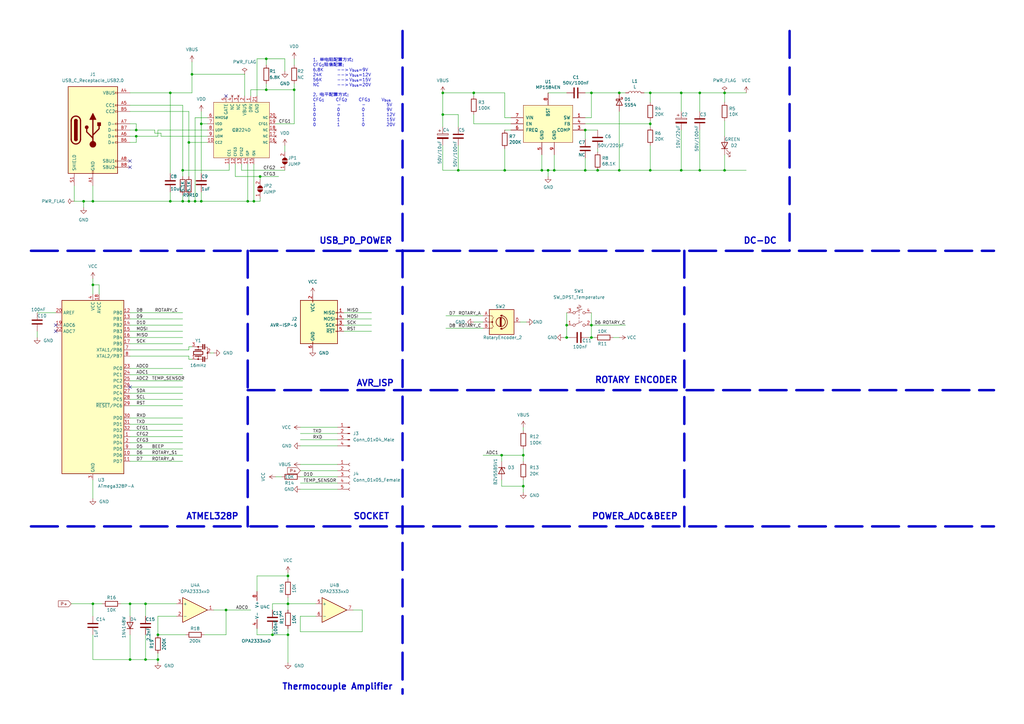
<source format=kicad_sch>
(kicad_sch (version 20211123) (generator eeschema)
  (paper "A3")
  (title_block (title "SoleringStation") (date "2022-07-11") (company "TurboStudio") (comment 1 "https://turbostudio.xyz") (comment 2 "made by cubeline"))
  (lib_symbols
    (symbol "Amplifier_Operational:OPA2333xxD" (pin_names (offset 0.127))
      (property "Reference" "U" (at 0 5.08 0))
      (property "Value" "OPA2333xxD" (at 0 -5.08 0))
      (symbol "OPA2333xxD_1_1"
        (pin output line (at 7.62 0 180) (length 2.54) (name "~") (number "1"))
        (pin input line (at -7.62 -2.54 0) (length 2.54) (name "-") (number "2"))
        (pin input line (at -7.62 2.54 0) (length 2.54) (name "+") (number "3"))
      )
      (symbol "OPA2333xxD_2_1"
        (pin input line (at -7.62 2.54 0) (length 2.54) (name "+") (number "5"))
        (pin input line (at -7.62 -2.54 0) (length 2.54) (name "-") (number "6"))
        (pin output line (at 7.62 0 180) (length 2.54) (name "~") (number "7"))
      )
      (symbol "OPA2333xxD_3_1"
        (pin power_in line (at -2.54 -7.62 90) (length 3.81) (name "V-") (number "4"))
        (pin power_in line (at -2.54 7.62 270) (length 3.81) (name "V+") (number "8"))
      )
    )
    (symbol "Connector:AVR-ISP-6" (pin_names (offset 1.016))
      (property "Reference" "J" (at -6.35 11.43 0))
      (property "Value" "AVR-ISP-6" (at 0 11.43 0))
      (symbol "AVR-ISP-6_1_1"
        (pin passive line (at 10.16 5.08 180) (length 2.54) (name "MISO") (number "1"))
        (pin passive line (at -2.54 12.7 270) (length 2.54) (name "VCC") (number "2"))
        (pin passive line (at 10.16 0 180) (length 2.54) (name "SCK") (number "3"))
        (pin passive line (at 10.16 2.54 180) (length 2.54) (name "MOSI") (number "4"))
        (pin passive line (at 10.16 -2.54 180) (length 2.54) (name "~{RST}") (number "5"))
        (pin passive line (at -2.54 -10.16 90) (length 2.54) (name "GND") (number "6"))
      )
    )
    (symbol "Connector:Conn_01x04_Male" (pin_names (offset 1.016) hide)
      (property "Reference" "J" (at 0 5.08 0))
      (property "Value" "Conn_01x04_Male" (at 0 -7.62 0))
      (symbol "Conn_01x04_Male_1_1"
        (pin passive line (at 5.08 2.54 180) (length 3.81) (name "Pin_1") (number "1"))
        (pin passive line (at 5.08 0 180) (length 3.81) (name "Pin_2") (number "2"))
        (pin passive line (at 5.08 -2.54 180) (length 3.81) (name "Pin_3") (number "3"))
        (pin passive line (at 5.08 -5.08 180) (length 3.81) (name "Pin_4") (number "4"))
      )
    )
    (symbol "Connector:Conn_01x05_Female" (pin_names (offset 1.016) hide)
      (property "Reference" "J" (at 0 7.62 0))
      (property "Value" "Conn_01x05_Female" (at 0 -7.62 0))
      (symbol "Conn_01x05_Female_1_1"
        (pin passive line (at -5.08 5.08 0) (length 3.81) (name "Pin_1") (number "1"))
        (pin passive line (at -5.08 2.54 0) (length 3.81) (name "Pin_2") (number "2"))
        (pin passive line (at -5.08 0 0) (length 3.81) (name "Pin_3") (number "3"))
        (pin passive line (at -5.08 -2.54 0) (length 3.81) (name "Pin_4") (number "4"))
        (pin passive line (at -5.08 -5.08 0) (length 3.81) (name "Pin_5") (number "5"))
      )
    )
    (symbol "Connector:USB_C_Receptacle_USB2.0" (pin_names (offset 1.016))
      (property "Reference" "J" (at -10.16 19.05 0))
      (property "Value" "USB_C_Receptacle_USB2.0" (at 19.05 19.05 0))
      (symbol "USB_C_Receptacle_USB2.0_1_1"
        (pin passive line (at 0 -22.86 90) (length 5.08) (name "GND") (number "A1"))
        (pin passive line (at 0 -22.86 90) (length 5.08) hide (name "GND") (number "A12"))
        (pin passive line (at 15.24 15.24 180) (length 5.08) (name "VBUS") (number "A4"))
        (pin bidirectional line (at 15.24 10.16 180) (length 5.08) (name "CC1") (number "A5"))
        (pin bidirectional line (at 15.24 -2.54 180) (length 5.08) (name "D+") (number "A6"))
        (pin bidirectional line (at 15.24 2.54 180) (length 5.08) (name "D-") (number "A7"))
        (pin bidirectional line (at 15.24 -12.7 180) (length 5.08) (name "SBU1") (number "A8"))
        (pin passive line (at 15.24 15.24 180) (length 5.08) hide (name "VBUS") (number "A9"))
        (pin passive line (at 0 -22.86 90) (length 5.08) hide (name "GND") (number "B1"))
        (pin passive line (at 0 -22.86 90) (length 5.08) hide (name "GND") (number "B12"))
        (pin passive line (at 15.24 15.24 180) (length 5.08) hide (name "VBUS") (number "B4"))
        (pin bidirectional line (at 15.24 7.62 180) (length 5.08) (name "CC2") (number "B5"))
        (pin bidirectional line (at 15.24 -5.08 180) (length 5.08) (name "D+") (number "B6"))
        (pin bidirectional line (at 15.24 0 180) (length 5.08) (name "D-") (number "B7"))
        (pin bidirectional line (at 15.24 -15.24 180) (length 5.08) (name "SBU2") (number "B8"))
        (pin passive line (at 15.24 15.24 180) (length 5.08) hide (name "VBUS") (number "B9"))
        (pin passive line (at -7.62 -22.86 90) (length 5.08) (name "SHIELD") (number "S1"))
      )
    )
    (symbol "Device:C" (pin_numbers hide) (pin_names (offset 0.254))
      (property "Reference" "C" (at 0.635 2.54 0))
      (property "Value" "C" (at 0.635 -2.54 0))
      (symbol "C_1_1"
        (pin passive line (at 0 3.81 270) (length 2.794) (name "~") (number "1"))
        (pin passive line (at 0 -3.81 90) (length 2.794) (name "~") (number "2"))
      )
    )
    (symbol "Device:CP" (pin_numbers hide) (pin_names (offset 0.254))
      (property "Reference" "C" (at 0.635 2.54 0))
      (property "Value" "Device_CP" (at 0.635 -2.54 0))
      (symbol "CP_1_1"
        (pin passive line (at 0 3.81 270) (length 2.794) (name "~") (number "1"))
        (pin passive line (at 0 -3.81 90) (length 2.794) (name "~") (number "2"))
      )
    )
    (symbol "Device:D_Schottky" (pin_numbers hide) (pin_names (offset 1.016) hide)
      (property "Reference" "D" (at 0 2.54 0))
      (property "Value" "D_Schottky" (at 0 -2.54 0))
      (symbol "D_Schottky_1_1"
        (pin passive line (at -3.81 0 0) (length 2.54) (name "K") (number "1"))
        (pin passive line (at 3.81 0 180) (length 2.54) (name "A") (number "2"))
      )
    )
    (symbol "Device:L" (pin_numbers hide) (pin_names (offset 1.016) hide)
      (property "Reference" "L" (at -1.27 0 90))
      (property "Value" "L" (at 1.905 0 90))
      (symbol "L_1_1"
        (pin passive line (at 0 3.81 270) (length 1.27) (name "1") (number "1"))
        (pin passive line (at 0 -3.81 90) (length 1.27) (name "2") (number "2"))
      )
    )
    (symbol "Device:LED" (pin_numbers hide) (pin_names (offset 1.016) hide)
      (property "Reference" "D" (at 0 2.54 0))
      (property "Value" "LED" (at 0 -2.54 0))
      (symbol "LED_1_1"
        (pin passive line (at -3.81 0 0) (length 2.54) (name "K") (number "1"))
        (pin passive line (at 3.81 0 180) (length 2.54) (name "A") (number "2"))
      )
    )
    (symbol "Device:R" (pin_numbers hide) (pin_names (offset 0))
      (property "Reference" "R" (at 2.032 0 90))
      (property "Value" "R" (at 0 0 90))
      (symbol "R_1_1"
        (pin passive line (at 0 3.81 270) (length 1.27) (name "~") (number "1"))
        (pin passive line (at 0 -3.81 90) (length 1.27) (name "~") (number "2"))
      )
    )
    (symbol "Device:Resonator_Small" (pin_names (offset 1.016) hide)
      (property "Reference" "Y" (at 3.175 1.905 0))
      (property "Value" "Resonator_Small" (at 3.175 0 0))
      (symbol "Resonator_Small_1_1"
        (pin passive line (at -2.54 2.54 270) (length 1.27) (name "1") (number "1"))
        (pin passive line (at 0 -5.08 90) (length 1.27) (name "2") (number "2"))
        (pin passive line (at 2.54 2.54 270) (length 1.27) (name "3") (number "3"))
      )
    )
    (symbol "Diode:1N4148W" (pin_numbers hide) (pin_names (offset 1.016) hide)
      (property "Reference" "D" (at 0 2.54 0))
      (property "Value" "1N4148W" (at 0 -2.54 0))
      (symbol "1N4148W_1_1"
        (pin passive line (at -3.81 0 0) (length 2.54) (name "K") (number "1"))
        (pin passive line (at 3.81 0 180) (length 2.54) (name "A") (number "2"))
      )
    )
    (symbol "Diode:BZV55B5V1" (pin_numbers hide) (pin_names (offset 1.016) hide)
      (property "Reference" "D" (at 0 2.54 0))
      (property "Value" "BZV55B5V1" (at 0 -2.54 0))
      (symbol "BZV55B5V1_1_1"
        (pin passive line (at -3.81 0 0) (length 2.54) (name "K") (number "1"))
        (pin passive line (at 3.81 0 180) (length 2.54) (name "A") (number "2"))
      )
    )
    (symbol "Jumper:SolderJumper_2_Open" (pin_names (offset 0) hide)
      (property "Reference" "JP" (at 0 2.032 0))
      (property "Value" "SolderJumper_2_Open" (at 0 -2.54 0))
      (symbol "SolderJumper_2_Open_1_1"
        (pin passive line (at -3.81 0 0) (length 2.54) (name "A") (number "1"))
        (pin passive line (at 3.81 0 180) (length 2.54) (name "B") (number "2"))
      )
    )
    (symbol "MCU_Microchip_ATmega:ATmega328P-A"
      (property "Reference" "U" (at -12.7 36.83 0))
      (property "Value" "ATmega328P-A" (at 2.54 -36.83 0))
      (symbol "ATmega328P-A_1_1"
        (pin bidirectional line (at 15.24 -20.32 180) (length 2.54) (name "PD3") (number "1"))
        (pin bidirectional line (at 15.24 -27.94 180) (length 2.54) (name "PD6") (number "10"))
        (pin bidirectional line (at 15.24 -30.48 180) (length 2.54) (name "PD7") (number "11"))
        (pin bidirectional line (at 15.24 30.48 180) (length 2.54) (name "PB0") (number "12"))
        (pin bidirectional line (at 15.24 27.94 180) (length 2.54) (name "PB1") (number "13"))
        (pin bidirectional line (at 15.24 25.4 180) (length 2.54) (name "PB2") (number "14"))
        (pin bidirectional line (at 15.24 22.86 180) (length 2.54) (name "PB3") (number "15"))
        (pin bidirectional line (at 15.24 20.32 180) (length 2.54) (name "PB4") (number "16"))
        (pin bidirectional line (at 15.24 17.78 180) (length 2.54) (name "PB5") (number "17"))
        (pin power_in line (at 2.54 38.1 270) (length 2.54) (name "AVCC") (number "18"))
        (pin input line (at -15.24 25.4 0) (length 2.54) (name "ADC6") (number "19"))
        (pin bidirectional line (at 15.24 -22.86 180) (length 2.54) (name "PD4") (number "2"))
        (pin passive line (at -15.24 30.48 0) (length 2.54) (name "AREF") (number "20"))
        (pin passive line (at 0 -38.1 90) (length 2.54) hide (name "GND") (number "21"))
        (pin input line (at -15.24 22.86 0) (length 2.54) (name "ADC7") (number "22"))
        (pin bidirectional line (at 15.24 7.62 180) (length 2.54) (name "PC0") (number "23"))
        (pin bidirectional line (at 15.24 5.08 180) (length 2.54) (name "PC1") (number "24"))
        (pin bidirectional line (at 15.24 2.54 180) (length 2.54) (name "PC2") (number "25"))
        (pin bidirectional line (at 15.24 0 180) (length 2.54) (name "PC3") (number "26"))
        (pin bidirectional line (at 15.24 -2.54 180) (length 2.54) (name "PC4") (number "27"))
        (pin bidirectional line (at 15.24 -5.08 180) (length 2.54) (name "PC5") (number "28"))
        (pin bidirectional line (at 15.24 -7.62 180) (length 2.54) (name "~{RESET}/PC6") (number "29"))
        (pin power_in line (at 0 -38.1 90) (length 2.54) (name "GND") (number "3"))
        (pin bidirectional line (at 15.24 -12.7 180) (length 2.54) (name "PD0") (number "30"))
        (pin bidirectional line (at 15.24 -15.24 180) (length 2.54) (name "PD1") (number "31"))
        (pin bidirectional line (at 15.24 -17.78 180) (length 2.54) (name "PD2") (number "32"))
        (pin power_in line (at 0 38.1 270) (length 2.54) (name "VCC") (number "4"))
        (pin passive line (at 0 -38.1 90) (length 2.54) hide (name "GND") (number "5"))
        (pin passive line (at 0 38.1 270) (length 2.54) hide (name "VCC") (number "6"))
        (pin bidirectional line (at 15.24 15.24 180) (length 2.54) (name "XTAL1/PB6") (number "7"))
        (pin bidirectional line (at 15.24 12.7 180) (length 2.54) (name "XTAL2/PB7") (number "8"))
        (pin bidirectional line (at 15.24 -25.4 180) (length 2.54) (name "PD5") (number "9"))
      )
    )
    (symbol "My_Library:CH224D"
      (property "Reference" "U2" (at 0 -2.54 90))
      (property "Value" "CH224D" (at 0 0 90))
      (symbol "CH224D_1_1"
        (pin bidirectional line (at -13.97 3.81 0) (length 2.54) (name "DRV") (number "1"))
        (pin bidirectional line (at 5.08 -13.97 90) (length 2.54) (name "CC2") (number "10"))
        (pin bidirectional line (at 13.97 -5.08 180) (length 2.54) (name "CC1") (number "11"))
        (pin bidirectional line (at 13.97 -2.54 180) (length 2.54) (name "CFG3") (number "12"))
        (pin bidirectional line (at 13.97 0 180) (length 2.54) (name "CFG2") (number "13"))
        (pin bidirectional line (at 13.97 2.54 180) (length 2.54) (name "ISP") (number "14"))
        (pin bidirectional line (at 13.97 5.08 180) (length 2.54) (name "ISN") (number "15"))
        (pin no_connect line (at 5.08 13.97 270) (length 2.54) (name "NC") (number "16"))
        (pin no_connect line (at 2.54 13.97 270) (length 2.54) (name "NC") (number "17"))
        (pin no_connect line (at 0 13.97 270) (length 2.54) (name "NC") (number "18"))
        (pin bidirectional line (at -2.54 13.97 270) (length 2.54) (name "CFG1") (number "19"))
        (pin power_in line (at -13.97 1.27 0) (length 2.54) (name "VBUS") (number "2"))
        (pin no_connect line (at -5.08 13.97 270) (length 2.54) (name "NC") (number "20"))
        (pin power_in line (at -13.97 6.35 0) (length 2.54) (name "GND") (number "21"))
        (pin no_connect line (at -13.97 -1.27 0) (length 2.54) (name "NC") (number "3"))
        (pin no_connect line (at -13.97 -3.81 0) (length 2.54) (name "NC") (number "4"))
        (pin bidirectional line (at -13.97 -6.35 0) (length 2.54) (name "GATE") (number "5"))
        (pin bidirectional line (at -5.08 -13.97 90) (length 2.54) (name "MMOS#") (number "6"))
        (pin power_out line (at -2.54 -13.97 90) (length 2.54) (name "VDD") (number "7"))
        (pin bidirectional line (at 0 -13.97 90) (length 2.54) (name "UDP") (number "8"))
        (pin bidirectional line (at 2.54 -13.97 90) (length 2.54) (name "UDM") (number "9"))
      )
    )
    (symbol "My_Library:MP1584EN" (pin_names (offset 1.016))
      (property "Reference" "U" (at -8.89 7.62 0))
      (property "Value" "MP1584EN" (at 6.35 7.62 0))
      (symbol "MP1584EN_1_1"
        (pin bidirectional line (at 15.24 2.54 180) (length 5.08) (name "SW") (number "1"))
        (pin bidirectional line (at -15.24 0 0) (length 5.08) (name "EN") (number "2"))
        (pin bidirectional line (at 15.24 -2.54 180) (length 5.08) (name "COMP") (number "3"))
        (pin bidirectional line (at 15.24 0 180) (length 5.08) (name "FB") (number "4"))
        (pin power_in line (at -2.54 -12.7 90) (length 5.08) (name "GND") (number "5"))
        (pin bidirectional line (at -15.24 -2.54 0) (length 5.08) (name "FREQ") (number "6"))
        (pin power_in line (at -15.24 2.54 0) (length 5.08) (name "VIN") (number "7"))
        (pin bidirectional line (at 0 12.7 270) (length 5.08) (name "BST") (number "8"))
        (pin power_in line (at 2.54 -12.7 90) (length 5.08) (name "GND") (number "9"))
      )
    )
    (symbol "My_Library:RotaryEncoder_2" (pin_names (offset 0.254) hide)
      (property "Reference" "SW?" (at -2.54 6.35 0))
      (property "Value" "RotaryEncoder_2" (at -7.62 -6.35 0))
      (symbol "RotaryEncoder_2_1_1"
        (pin bidirectional line (at 7.62 0 180) (length 2.54) (name "SHELL") (number "0"))
        (pin passive line (at -7.62 2.54 0) (length 2.54) (name "A") (number "A"))
        (pin passive line (at -7.62 -2.54 0) (length 2.54) (name "B") (number "B"))
        (pin passive line (at -7.62 0 0) (length 2.54) (name "C") (number "C"))
      )
    )
    (symbol "Switch:SW_DPST_Temperature" (pin_names (offset 0) hide)
      (property "Reference" "SW" (at 1.524 5.334 0))
      (property "Value" "SW_DPST_Temperature" (at 0 -5.08 0))
      (symbol "SW_DPST_Temperature_1_1"
        (pin passive line (at -5.08 -2.54 0) (length 2.54) (name "1") (number "1"))
        (pin passive line (at 5.08 -2.54 180) (length 2.54) (name "2") (number "2"))
        (pin passive line (at -5.08 2.54 0) (length 2.54) (name "3") (number "3"))
        (pin passive line (at 5.08 2.54 180) (length 2.54) (name "4") (number "4"))
      )
    )
    (symbol "power:GND" (power) (pin_names (offset 0))
      (property "Value" "GND" (at 0 -3.81 0))
      (symbol "GND_1_1"
        (pin power_in line (at 0 0 270) (length 0) hide (name "GND") (number "1"))
      )
    )
    (symbol "power:PWR_FLAG" (power) (pin_numbers hide) (pin_names (offset 0) hide)
      (property "Value" "PWR_FLAG" (at 0 3.81 0))
      (symbol "PWR_FLAG_0_0"
        (pin power_out line (at 0 0 90) (length 0) (name "pwr") (number "1"))
      )
    )
    (symbol "power:VBUS" (power) (pin_names (offset 0))
      (property "Value" "VBUS" (at 0 3.81 0))
      (symbol "VBUS_1_1"
        (pin power_in line (at 0 0 90) (length 0) hide (name "VBUS") (number "1"))
      )
    )
    (symbol "power:VCC" (power) (pin_names (offset 0))
      (property "Value" "VCC" (at 0 3.81 0))
      (symbol "VCC_1_1"
        (pin power_in line (at 0 0 90) (length 0) hide (name "VCC") (number "1"))
      )
    )
    (symbol "power:VDD" (power) (pin_names (offset 0))
      (property "Value" "VDD" (at 0 3.81 0))
      (symbol "VDD_1_1"
        (pin power_in line (at 0 0 90) (length 0) hide (name "VDD") (number "1"))
      )
    )
  )
  (junction (at 242.57 138.43))
  (junction (at 287.02 38.1))
  (junction (at 222.25 69.85))
  (junction (at 38.1 82.55))
  (junction (at 254 38.1))
  (junction (at 53.34 247.65))
  (junction (at 297.18 38.1))
  (junction (at 34.29 82.55))
  (junction (at 240.03 69.85))
  (junction (at 64.77 260.35))
  (junction (at 53.34 270.51))
  (junction (at 109.22 24.13))
  (junction (at 74.93 69.85))
  (junction (at 118.11 236.22))
  (junction (at 55.88 53.34))
  (junction (at 77.47 58.42))
  (junction (at 80.01 82.55))
  (junction (at 279.4 38.1))
  (junction (at 227.33 69.85))
  (junction (at 181.61 38.1))
  (junction (at 194.31 38.1))
  (junction (at 266.7 38.1))
  (junction (at 224.79 69.85))
  (junction (at 242.57 133.35))
  (junction (at 69.85 82.55))
  (junction (at 214.63 199.39))
  (junction (at 297.18 69.85))
  (junction (at 77.47 82.55))
  (junction (at 181.61 46.99))
  (junction (at 82.55 50.8))
  (junction (at 232.41 133.35))
  (junction (at 214.63 186.69))
  (junction (at 118.11 260.35))
  (junction (at 74.93 82.55))
  (junction (at 109.22 36.83))
  (junction (at 55.88 55.88))
  (junction (at 232.41 138.43))
  (junction (at 242.57 38.1))
  (junction (at 106.68 72.39))
  (junction (at 111.76 260.35))
  (junction (at 59.69 247.65))
  (junction (at 287.02 69.85))
  (junction (at 118.11 247.65))
  (junction (at 69.85 38.1))
  (junction (at 38.1 116.84))
  (junction (at 92.71 250.19))
  (junction (at 240.03 53.34))
  (junction (at 78.74 30.48))
  (junction (at 120.65 36.83))
  (junction (at 64.77 270.51))
  (junction (at 279.4 69.85))
  (junction (at 38.1 247.65))
  (junction (at 104.14 82.55))
  (junction (at 205.74 186.69))
  (junction (at 187.96 69.85))
  (junction (at 82.55 82.55))
  (junction (at 266.7 69.85))
  (junction (at 59.69 270.51))
  (junction (at 101.6 82.55))
  (junction (at 245.11 69.85))
  (junction (at 266.7 50.8))
  (junction (at 207.01 69.85))
  (junction (at 254 69.85))
  (no_connect (at 53.34 158.75))
  (no_connect (at 53.34 66.04))
  (no_connect (at 53.34 68.58))
  (no_connect (at 22.86 133.35))
  (no_connect (at 22.86 135.89))
  (no_connect (at 92.71 39.37))
  (wire (pts (xy 297.18 38.1) (xy 306.07 38.1)))
  (wire (pts (xy 116.84 24.13) (xy 116.84 29.21)))
  (wire (pts (xy 181.61 38.1) (xy 194.31 38.1)))
  (wire (pts (xy 240.03 48.26) (xy 242.57 48.26)))
  (wire (pts (xy 123.19 252.73) (xy 129.54 252.73)))
  (wire (pts (xy 240.03 53.34) (xy 240.03 57.15)))
  (wire (pts (xy 86.36 144.78) (xy 87.63 144.78)))
  (wire (pts (xy 194.31 50.8) (xy 209.55 50.8)))
  (wire (pts (xy 53.34 153.67) (xy 74.93 153.67)))
  (wire (pts (xy 109.22 36.83) (xy 120.65 36.83)))
  (wire (pts (xy 99.06 69.85) (xy 116.84 69.85)))
  (wire (pts (xy 53.34 163.83) (xy 74.93 163.83)))
  (wire (pts (xy 55.88 55.88) (xy 64.77 55.88)))
  (wire (pts (xy 242.57 38.1) (xy 254 38.1)))
  (wire (pts (xy 245.11 60.96) (xy 245.11 62.23)))
  (wire (pts (xy 109.22 24.13) (xy 116.84 24.13)))
  (wire (pts (xy 233.68 138.43) (xy 232.41 138.43)))
  (wire (pts (xy 53.34 135.89) (xy 74.93 135.89)))
  (wire (pts (xy 53.34 58.42) (xy 55.88 58.42)))
  (wire (pts (xy 111.76 257.81) (xy 111.76 260.35)))
  (wire (pts (xy 205.74 186.69) (xy 214.63 186.69)))
  (wire (pts (xy 227.33 63.5) (xy 227.33 69.85)))
  (wire (pts (xy 181.61 59.69) (xy 181.61 69.85)))
  (wire (pts (xy 63.5 54.61) (xy 66.04 54.61)))
  (wire (pts (xy 77.47 80.01) (xy 77.47 82.55)))
  (wire (pts (xy 53.34 166.37) (xy 74.93 166.37)))
  (wire (pts (xy 38.1 196.85) (xy 38.1 204.47)))
  (polyline (pts (xy 323.85 12.7) (xy 323.85 102.87)) (stroke (width 1)))
  (wire (pts (xy 181.61 69.85) (xy 187.96 69.85)))
  (wire (pts (xy 194.31 38.1) (xy 207.01 38.1)))
  (wire (pts (xy 59.69 270.51) (xy 64.77 270.51)))
  (wire (pts (xy 55.88 55.88) (xy 55.88 58.42)))
  (wire (pts (xy 85.09 50.8) (xy 82.55 50.8)))
  (wire (pts (xy 29.21 247.65) (xy 38.1 247.65)))
  (wire (pts (xy 224.79 38.1) (xy 232.41 38.1)))
  (wire (pts (xy 92.71 250.19) (xy 102.87 250.19)))
  (wire (pts (xy 82.55 45.72) (xy 82.55 50.8)))
  (wire (pts (xy 213.36 132.08) (xy 215.9 132.08)))
  (wire (pts (xy 53.34 184.15) (xy 74.93 184.15)))
  (wire (pts (xy 109.22 24.13) (xy 109.22 26.67)))
  (wire (pts (xy 187.96 59.69) (xy 187.96 69.85)))
  (wire (pts (xy 53.34 270.51) (xy 59.69 270.51)))
  (wire (pts (xy 104.14 67.31) (xy 104.14 82.55)))
  (wire (pts (xy 53.34 146.05) (xy 77.47 146.05)))
  (wire (pts (xy 105.41 257.81) (xy 105.41 260.35)))
  (wire (pts (xy 118.11 247.65) (xy 129.54 247.65)))
  (wire (pts (xy 297.18 41.91) (xy 297.18 38.1)))
  (polyline (pts (xy 280.67 102.87) (xy 280.67 215.9)) (stroke (width 1)))
  (wire (pts (xy 38.1 270.51) (xy 53.34 270.51)))
  (wire (pts (xy 207.01 38.1) (xy 207.01 48.26)))
  (wire (pts (xy 53.34 189.23) (xy 74.93 189.23)))
  (wire (pts (xy 207.01 69.85) (xy 222.25 69.85)))
  (wire (pts (xy 266.7 50.8) (xy 266.7 49.53)))
  (wire (pts (xy 111.76 247.65) (xy 118.11 247.65)))
  (polyline (pts (xy 101.6 102.87) (xy 101.6 215.9)) (stroke (width 1)))
  (wire (pts (xy 93.98 69.85) (xy 93.98 67.31)))
  (wire (pts (xy 105.41 260.35) (xy 111.76 260.35)))
  (wire (pts (xy 266.7 59.69) (xy 266.7 69.85)))
  (wire (pts (xy 53.34 173.99) (xy 74.93 173.99)))
  (wire (pts (xy 123.19 200.66) (xy 138.43 200.66)))
  (wire (pts (xy 100.33 30.48) (xy 100.33 39.37)))
  (wire (pts (xy 102.87 36.83) (xy 109.22 36.83)))
  (wire (pts (xy 15.24 135.89) (xy 15.24 138.43)))
  (wire (pts (xy 242.57 138.43) (xy 241.3 138.43)))
  (wire (pts (xy 266.7 38.1) (xy 266.7 41.91)))
  (wire (pts (xy 77.47 142.24) (xy 78.74 142.24)))
  (wire (pts (xy 82.55 50.8) (xy 82.55 71.12)))
  (wire (pts (xy 63.5 53.34) (xy 63.5 54.61)))
  (wire (pts (xy 53.34 161.29) (xy 74.93 161.29)))
  (wire (pts (xy 243.84 138.43) (xy 242.57 138.43)))
  (wire (pts (xy 187.96 69.85) (xy 207.01 69.85)))
  (wire (pts (xy 123.19 193.04) (xy 138.43 193.04)))
  (wire (pts (xy 214.63 175.26) (xy 214.63 176.53)))
  (wire (pts (xy 222.25 69.85) (xy 224.79 69.85)))
  (wire (pts (xy 66.04 55.88) (xy 85.09 55.88)))
  (wire (pts (xy 53.34 158.75) (xy 74.93 158.75)))
  (wire (pts (xy 49.53 247.65) (xy 53.34 247.65)))
  (wire (pts (xy 214.63 184.15) (xy 214.63 186.69)))
  (wire (pts (xy 264.16 38.1) (xy 266.7 38.1)))
  (wire (pts (xy 40.64 120.65) (xy 40.64 116.84)))
  (wire (pts (xy 116.84 59.69) (xy 116.84 62.23)))
  (wire (pts (xy 53.34 140.97) (xy 74.93 140.97)))
  (wire (pts (xy 232.41 128.27) (xy 232.41 133.35)))
  (wire (pts (xy 53.34 247.65) (xy 53.34 252.73)))
  (wire (pts (xy 55.88 55.88) (xy 53.34 55.88)))
  (wire (pts (xy 102.87 39.37) (xy 102.87 36.83)))
  (wire (pts (xy 187.96 52.07) (xy 187.96 46.99)))
  (wire (pts (xy 140.97 133.35) (xy 152.4 133.35)))
  (wire (pts (xy 53.34 186.69) (xy 74.93 186.69)))
  (wire (pts (xy 53.34 130.81) (xy 74.93 130.81)))
  (wire (pts (xy 53.34 181.61) (xy 74.93 181.61)))
  (wire (pts (xy 85.09 48.26) (xy 80.01 48.26)))
  (wire (pts (xy 77.47 82.55) (xy 74.93 82.55)))
  (wire (pts (xy 144.78 250.19) (xy 148.59 250.19)))
  (wire (pts (xy 53.34 156.21) (xy 74.93 156.21)))
  (wire (pts (xy 279.4 38.1) (xy 287.02 38.1)))
  (wire (pts (xy 123.19 259.08) (xy 123.19 252.73)))
  (wire (pts (xy 53.34 138.43) (xy 74.93 138.43)))
  (wire (pts (xy 120.65 50.8) (xy 113.03 50.8)))
  (wire (pts (xy 279.4 53.34) (xy 279.4 69.85)))
  (wire (pts (xy 53.34 128.27) (xy 74.93 128.27)))
  (wire (pts (xy 224.79 72.39) (xy 224.79 69.85)))
  (wire (pts (xy 182.88 129.54) (xy 198.12 129.54)))
  (wire (pts (xy 214.63 186.69) (xy 214.63 189.23)))
  (wire (pts (xy 76.2 260.35) (xy 64.77 260.35)))
  (wire (pts (xy 205.74 196.85) (xy 205.74 199.39)))
  (wire (pts (xy 74.93 82.55) (xy 69.85 82.55)))
  (wire (pts (xy 224.79 69.85) (xy 227.33 69.85)))
  (wire (pts (xy 77.47 143.51) (xy 77.47 142.24)))
  (wire (pts (xy 297.18 63.5) (xy 297.18 69.85)))
  (wire (pts (xy 245.11 69.85) (xy 254 69.85)))
  (wire (pts (xy 74.93 69.85) (xy 74.93 72.39)))
  (wire (pts (xy 99.06 67.31) (xy 99.06 69.85)))
  (wire (pts (xy 64.77 260.35) (xy 64.77 252.73)))
  (wire (pts (xy 15.24 128.27) (xy 22.86 128.27)))
  (wire (pts (xy 106.68 72.39) (xy 114.3 72.39)))
  (wire (pts (xy 64.77 270.51) (xy 64.77 271.78)))
  (wire (pts (xy 77.47 58.42) (xy 77.47 72.39)))
  (wire (pts (xy 30.48 82.55) (xy 34.29 82.55)))
  (wire (pts (xy 80.01 48.26) (xy 80.01 82.55)))
  (wire (pts (xy 287.02 53.34) (xy 287.02 69.85)))
  (wire (pts (xy 194.31 46.99) (xy 194.31 50.8)))
  (wire (pts (xy 53.34 143.51) (xy 77.47 143.51)))
  (wire (pts (xy 181.61 38.1) (xy 181.61 46.99)))
  (wire (pts (xy 279.4 69.85) (xy 287.02 69.85)))
  (wire (pts (xy 53.34 260.35) (xy 53.34 270.51)))
  (wire (pts (xy 38.1 82.55) (xy 38.1 76.2)))
  (wire (pts (xy 38.1 116.84) (xy 38.1 120.65)))
  (wire (pts (xy 232.41 133.35) (xy 232.41 138.43)))
  (wire (pts (xy 34.29 82.55) (xy 38.1 82.55)))
  (wire (pts (xy 214.63 199.39) (xy 214.63 201.93)))
  (wire (pts (xy 101.6 82.55) (xy 104.14 82.55)))
  (wire (pts (xy 106.68 81.28) (xy 106.68 82.55)))
  (polyline (pts (xy 12.7 102.87) (xy 407.67 102.87)) (stroke (width 1)))
  (wire (pts (xy 181.61 52.07) (xy 181.61 46.99)))
  (wire (pts (xy 55.88 50.8) (xy 55.88 53.34)))
  (wire (pts (xy 254 138.43) (xy 251.46 138.43)))
  (wire (pts (xy 69.85 78.74) (xy 69.85 82.55)))
  (wire (pts (xy 78.74 25.4) (xy 78.74 30.48)))
  (wire (pts (xy 82.55 82.55) (xy 80.01 82.55)))
  (wire (pts (xy 53.34 53.34) (xy 55.88 53.34)))
  (wire (pts (xy 194.31 39.37) (xy 194.31 38.1)))
  (wire (pts (xy 38.1 114.3) (xy 38.1 116.84)))
  (wire (pts (xy 222.25 63.5) (xy 222.25 69.85)))
  (wire (pts (xy 53.34 43.18) (xy 74.93 43.18)))
  (wire (pts (xy 80.01 82.55) (xy 77.47 82.55)))
  (wire (pts (xy 242.57 133.35) (xy 256.54 133.35)))
  (wire (pts (xy 74.93 69.85) (xy 93.98 69.85)))
  (wire (pts (xy 123.19 180.34) (xy 138.43 180.34)))
  (wire (pts (xy 120.65 34.29) (xy 120.65 36.83)))
  (wire (pts (xy 111.76 250.19) (xy 111.76 247.65)))
  (wire (pts (xy 59.69 247.65) (xy 59.69 252.73)))
  (wire (pts (xy 254 38.1) (xy 256.54 38.1)))
  (wire (pts (xy 207.01 48.26) (xy 209.55 48.26)))
  (wire (pts (xy 78.74 38.1) (xy 78.74 30.48)))
  (polyline (pts (xy 165.1 12.7) (xy 165.1 284.48)) (stroke (width 1)))
  (wire (pts (xy 77.47 146.05) (xy 77.47 147.32)))
  (wire (pts (xy 87.63 250.19) (xy 92.71 250.19)))
  (wire (pts (xy 38.1 260.35) (xy 38.1 270.51)))
  (wire (pts (xy 111.76 260.35) (xy 118.11 260.35)))
  (wire (pts (xy 53.34 133.35) (xy 74.93 133.35)))
  (wire (pts (xy 69.85 82.55) (xy 38.1 82.55)))
  (wire (pts (xy 64.77 55.88) (xy 64.77 53.34)))
  (wire (pts (xy 53.34 151.13) (xy 74.93 151.13)))
  (wire (pts (xy 30.48 76.2) (xy 30.48 82.55)))
  (wire (pts (xy 78.74 30.48) (xy 100.33 30.48)))
  (wire (pts (xy 64.77 267.97) (xy 64.77 270.51)))
  (wire (pts (xy 74.93 80.01) (xy 74.93 82.55)))
  (wire (pts (xy 53.34 179.07) (xy 74.93 179.07)))
  (wire (pts (xy 118.11 260.35) (xy 118.11 257.81)))
  (wire (pts (xy 53.34 171.45) (xy 74.93 171.45)))
  (wire (pts (xy 207.01 60.96) (xy 207.01 69.85)))
  (wire (pts (xy 254 69.85) (xy 266.7 69.85)))
  (wire (pts (xy 287.02 38.1) (xy 287.02 45.72)))
  (wire (pts (xy 92.71 260.35) (xy 92.71 250.19)))
  (wire (pts (xy 214.63 199.39) (xy 214.63 196.85)))
  (wire (pts (xy 64.77 53.34) (xy 85.09 53.34)))
  (wire (pts (xy 240.03 64.77) (xy 240.03 69.85)))
  (wire (pts (xy 254 45.72) (xy 254 69.85)))
  (wire (pts (xy 182.88 134.62) (xy 198.12 134.62)))
  (polyline (pts (xy 101.6 160.02) (xy 407.67 160.02)) (stroke (width 1)))
  (wire (pts (xy 120.65 24.13) (xy 120.65 26.67)))
  (wire (pts (xy 242.57 48.26) (xy 242.57 38.1)))
  (wire (pts (xy 113.03 195.58) (xy 115.57 195.58)))
  (wire (pts (xy 207.01 53.34) (xy 209.55 53.34)))
  (wire (pts (xy 240.03 50.8) (xy 266.7 50.8)))
  (polyline (pts (xy 12.7 215.9) (xy 407.67 215.9)) (stroke (width 1)))
  (wire (pts (xy 53.34 38.1) (xy 69.85 38.1)))
  (wire (pts (xy 118.11 236.22) (xy 118.11 237.49)))
  (wire (pts (xy 240.03 38.1) (xy 242.57 38.1)))
  (wire (pts (xy 59.69 247.65) (xy 72.39 247.65)))
  (wire (pts (xy 240.03 53.34) (xy 245.11 53.34)))
  (wire (pts (xy 38.1 247.65) (xy 41.91 247.65)))
  (wire (pts (xy 38.1 247.65) (xy 38.1 252.73)))
  (wire (pts (xy 118.11 245.11) (xy 118.11 247.65)))
  (wire (pts (xy 123.19 190.5) (xy 138.43 190.5)))
  (wire (pts (xy 123.19 175.26) (xy 138.43 175.26)))
  (wire (pts (xy 181.61 46.99) (xy 187.96 46.99)))
  (wire (pts (xy 105.41 24.13) (xy 109.22 24.13)))
  (wire (pts (xy 242.57 128.27) (xy 242.57 133.35)))
  (wire (pts (xy 148.59 259.08) (xy 123.19 259.08)))
  (wire (pts (xy 82.55 78.74) (xy 82.55 82.55)))
  (wire (pts (xy 109.22 34.29) (xy 109.22 36.83)))
  (wire (pts (xy 205.74 189.23) (xy 205.74 186.69)))
  (wire (pts (xy 123.19 195.58) (xy 138.43 195.58)))
  (wire (pts (xy 123.19 182.88) (xy 138.43 182.88)))
  (wire (pts (xy 140.97 128.27) (xy 152.4 128.27)))
  (wire (pts (xy 105.41 39.37) (xy 105.41 24.13)))
  (wire (pts (xy 287.02 38.1) (xy 297.18 38.1)))
  (wire (pts (xy 53.34 247.65) (xy 59.69 247.65)))
  (wire (pts (xy 297.18 69.85) (xy 306.07 69.85)))
  (wire (pts (xy 101.6 67.31) (xy 101.6 82.55)))
  (wire (pts (xy 34.29 82.55) (xy 34.29 85.09)))
  (wire (pts (xy 227.33 69.85) (xy 240.03 69.85)))
  (wire (pts (xy 55.88 53.34) (xy 63.5 53.34)))
  (wire (pts (xy 53.34 176.53) (xy 74.93 176.53)))
  (wire (pts (xy 106.68 82.55) (xy 104.14 82.55)))
  (wire (pts (xy 105.41 242.57) (xy 105.41 236.22)))
  (wire (pts (xy 240.03 69.85) (xy 245.11 69.85)))
  (wire (pts (xy 266.7 38.1) (xy 279.4 38.1)))
  (wire (pts (xy 77.47 147.32) (xy 78.74 147.32)))
  (wire (pts (xy 297.18 49.53) (xy 297.18 55.88)))
  (wire (pts (xy 105.41 236.22) (xy 118.11 236.22)))
  (wire (pts (xy 140.97 130.81) (xy 152.4 130.81)))
  (wire (pts (xy 140.97 135.89) (xy 152.4 135.89)))
  (wire (pts (xy 96.52 67.31) (xy 96.52 72.39)))
  (wire (pts (xy 83.82 260.35) (xy 92.71 260.35)))
  (wire (pts (xy 59.69 260.35) (xy 59.69 270.51)))
  (wire (pts (xy 118.11 247.65) (xy 118.11 250.19)))
  (wire (pts (xy 279.4 38.1) (xy 279.4 45.72)))
  (wire (pts (xy 53.34 45.72) (xy 77.47 45.72)))
  (wire (pts (xy 66.04 54.61) (xy 66.04 55.88)))
  (wire (pts (xy 232.41 138.43) (xy 231.14 138.43)))
  (wire (pts (xy 242.57 133.35) (xy 242.57 138.43)))
  (wire (pts (xy 69.85 38.1) (xy 69.85 71.12)))
  (wire (pts (xy 96.52 72.39) (xy 106.68 72.39)))
  (wire (pts (xy 77.47 58.42) (xy 85.09 58.42)))
  (wire (pts (xy 106.68 72.39) (xy 106.68 73.66)))
  (wire (pts (xy 123.19 177.8) (xy 138.43 177.8)))
  (wire (pts (xy 194.31 132.08) (xy 198.12 132.08)))
  (wire (pts (xy 205.74 199.39) (xy 214.63 199.39)))
  (wire (pts (xy 64.77 252.73) (xy 72.39 252.73)))
  (wire (pts (xy 74.93 43.18) (xy 74.93 69.85)))
  (wire (pts (xy 120.65 36.83) (xy 120.65 50.8)))
  (wire (pts (xy 123.19 198.12) (xy 138.43 198.12)))
  (wire (pts (xy 148.59 250.19) (xy 148.59 259.08)))
  (wire (pts (xy 287.02 69.85) (xy 297.18 69.85)))
  (wire (pts (xy 266.7 69.85) (xy 279.4 69.85)))
  (wire (pts (xy 266.7 52.07) (xy 266.7 50.8)))
  (wire (pts (xy 101.6 82.55) (xy 82.55 82.55)))
  (wire (pts (xy 40.64 116.84) (xy 38.1 116.84)))
  (wire (pts (xy 69.85 38.1) (xy 78.74 38.1)))
  (wire (pts (xy 118.11 234.95) (xy 118.11 236.22)))
  (wire (pts (xy 77.47 45.72) (xy 77.47 58.42)))
  (wire (pts (xy 118.11 271.78) (xy 118.11 260.35)))
  (wire (pts (xy 198.12 186.69) (xy 205.74 186.69)))
  (wire (pts (xy 53.34 50.8) (xy 55.88 50.8)))
  (text "1. 单电阻配置方式:\nCFG_{1}阻值配置:\n6.8K	-->	V_{bus}=9V\n24K		-->	V_{bus}=12V\n56K		-->	V_{bus}=15V\nNC		-->	V_{bus}=20V\n\n2. 电平配置方式:\nCFG_{1}	CFG_{2}	CFG_{3}	V_{bus}\n1		-		-		5V\n0		0		0		9V\n0		0		1		12V\n0		1		1		15V\n0		1		0		20V\n" (at 128.27 52.07 0) (effects (font (size 1.27 1.27)) (justify left bottom)))
  (text "USB_PD_POWER" (at 130.81 100.33 0) (effects (font (size 2.54 2.54) (thickness 0.508) bold) (justify left bottom)))
  (text "POWER_ADC&BEEP" (at 242.57 213.36 0) (effects (font (size 2.54 2.54) (thickness 0.508) bold) (justify left bottom)))
  (text "AVR_ISP" (at 146.05 158.75 0) (effects (font (size 2.54 2.54) (thickness 0.508) bold) (justify left bottom)))
  (text "ATMEL328P" (at 76.2 213.36 0) (effects (font (size 2.54 2.54) (thickness 0.508) bold) (justify left bottom)))
  (text "Thermocouple Amplifier" (at 115.57 283.21 0) (effects (font (size 2.54 2.54) (thickness 0.508) bold) (justify left bottom)))
  (text "ROTARY ENCODER" (at 243.84 157.48 0) (effects (font (size 2.54 2.54) (thickness 0.508) bold) (justify left bottom)))
  (text "DC-DC" (at 304.8 100.33 0) (effects (font (size 2.54 2.54) (thickness 0.508) bold) (justify left bottom)))
  (text "SOCKET" (at 144.78 213.36 0) (effects (font (size 2.54 2.54) (thickness 0.508) bold) (justify left bottom)))
  (label "ADC1" (at 199.39 186.69 0))
  (label "SCK" (at 55.88 140.97 0))
  (label "D6" (at 243.84 133.35 0))
  (label "D7" (at 184.15 129.54 0))
  (label "D6" (at 55.88 186.69 0))
  (label "ADC2" (at 55.88 156.21 0))
  (label "CFG2" (at 107.95 69.85 0))
  (label "TEMP_SENSOR" (at 62.23 156.21 0))
  (label "RST" (at 55.88 166.37 0))
  (label "TXD" (at 55.88 173.99 0))
  (label "RST" (at 142.24 135.89 0))
  (label "CFG3" (at 107.95 72.39 0))
  (label "MOSI" (at 55.88 135.89 0))
  (label "CFG1" (at 55.88 176.53 0))
  (label "ADC1" (at 55.88 153.67 0))
  (label "CFG3" (at 55.88 181.61 0))
  (label "TXD" (at 128.27 177.8 0))
  (label "SDA" (at 55.88 161.29 0))
  (label "D8" (at 55.88 128.27 0))
  (label "CFG2" (at 55.88 179.07 0))
  (label "RXD" (at 55.88 171.45 0))
  (label "D10" (at 55.88 133.35 0))
  (label "ADC0" (at 96.729 250.19 0))
  (label "ROTARY_C" (at 63.5 128.27 0))
  (label "CFG1" (at 114.3 50.8 0))
  (label "ROTARY_C" (at 256.54 133.35 180))
  (label "SCL" (at 55.88 163.83 0))
  (label "ROTARY_S1" (at 62.23 186.69 0))
  (label "MISO" (at 55.88 138.43 0))
  (label "ROTARY_A" (at 187.96 129.54 0))
  (label "MOSI" (at 142.24 130.81 0))
  (label "RXD" (at 128.27 180.34 0))
  (label "ROTARY_C" (at 187.96 134.62 0))
  (label "BEEP" (at 62.23 184.15 0))
  (label "D10" (at 124.46 195.58 0))
  (label "ROTARY_A" (at 62.23 189.23 0))
  (label "SCK" (at 142.24 133.35 0))
  (label "D9" (at 55.88 130.81 0))
  (label "D7" (at 55.88 189.23 0))
  (label "D8" (at 184.15 134.62 0))
  (label "ADC0" (at 55.88 151.13 0))
  (label "TEMP_SENSOR" (at 124.46 198.12 0))
  (label "MISO" (at 142.24 128.27 0))
  (label "D5" (at 55.88 184.15 0))
  (global_label "P+" (shape input) (at 123.19 193.04 180) (property "Intersheet References" "${INTERSHEET_REFS}" (effects hide)))
  (global_label "P+" (shape input) (at 29.21 247.65 180) (property "Intersheet References" "${INTERSHEET_REFS}" (effects hide)))
  (symbol (lib_id "Device:R") (at 118.11 241.3 180) (unit 1)
    (property "Reference" "R15" (at 115.57 241.3 90))
    (property "Value" "10K" (at 120.65 241.3 90))
    (property "Footprint" "Resistor_SMD:R_0402_1005Metric" (effects hide))
  )
  (symbol (lib_id "Device:R") (at 118.11 254 180) (unit 1)
    (property "Reference" "R17" (at 115.57 254 90))
    (property "Value" "10K" (at 120.65 254 90))
    (property "Footprint" "Resistor_SMD:R_0402_1005Metric" (effects hide))
  )
  (symbol (lib_id "Amplifier_Operational:OPA2333xxD") (at 137.16 250.19 0) (unit 2)
    (property "Reference" "U4" (at 137.16 240.03 0))
    (property "Value" "OPA2333xxD" (at 137.16 242.57 0))
    (property "Footprint" "Package_SO:SOIC-8_3.9x4.9mm_P1.27mm" (effects hide))
    (property "Datasheet" "http://www.ti.com/lit/ds/symlink/opa333.pdf" (effects hide))
  )
  (symbol (lib_id "power:GND") (at 123.19 200.66 270) (unit 1)
    (property "Reference" "#PWR025" (effects hide))
    (property "Value" "GND" (at 120.65 200.66 90) (effects (justify right)))
  )
  (symbol (lib_id "power:PWR_FLAG") (at 100.33 30.48 0) (unit 1)
    (property "Reference" "#FLG01" (effects hide))
    (property "Value" "PWR_FLAG" (at 100.33 25.4 0))
  )
  (symbol (lib_id "Device:R") (at 297.18 45.72 0) (unit 1)
    (property "Reference" "R5" (at 298.958 44.5516 0) (effects (justify left)))
    (property "Value" "10K" (at 298.958 46.863 0) (effects (justify left)))
    (property "Footprint" "Resistor_SMD:R_0402_1005Metric" (effects hide))
  )
  (symbol (lib_id "Device:C") (at 59.69 256.54 0) (unit 1)
    (property "Reference" "C15" (at 59.69 254 0) (effects (justify left)))
    (property "Value" "2.2nF" (at 60.96 262.89 90) (effects (justify left)))
    (property "Footprint" "Capacitor_SMD:C_0603_1608Metric" (effects hide))
  )
  (symbol (lib_id "Diode:BZV55B5V1") (at 205.74 193.04 270) (unit 1)
    (property "Reference" "D3" (at 208.28 191.7699 90) (effects (justify left)))
    (property "Value" "BZV55B5V1" (at 203.2 187.96 0) (effects (justify left)))
    (property "Footprint" "Diode_SMD:D_MiniMELF" (effects hide))
    (property "Datasheet" "https://assets.nexperia.com/documents/data-sheet/BZV55_SER.pdf" (effects hide))
  )
  (symbol (lib_id "Device:R") (at 80.01 260.35 90) (unit 1)
    (property "Reference" "R18" (at 80.01 257.81 90))
    (property "Value" "200k" (at 80.01 262.89 90))
    (property "Footprint" "Resistor_SMD:R_0402_1005Metric" (effects hide))
  )
  (symbol (lib_id "power:VBUS") (at 78.74 25.4 0) (unit 1)
    (property "Reference" "#PWR02" (effects hide))
    (property "Value" "VBUS" (at 78.74 20.32 0))
  )
  (symbol (lib_id "power:GND") (at 38.1 204.47 0) (unit 1)
    (property "Reference" "#PWR028" (effects hide))
    (property "Value" "GND" (at 40.64 205.7399 0) (effects (justify left)))
  )
  (symbol (lib_id "Device:R") (at 266.7 45.72 0) (unit 1)
    (property "Reference" "R4" (at 268.478 44.5516 0) (effects (justify left)))
    (property "Value" "20K" (at 268.478 46.863 0) (effects (justify left)))
    (property "Footprint" "Resistor_SMD:R_0402_1005Metric" (effects hide))
  )
  (symbol (lib_id "Device:R") (at 77.47 76.2 0) (unit 1)
    (property "Reference" "R10" (at 77.47 80.01 0) (effects (justify left)))
    (property "Value" "5.1K" (at 77.47 78.74 90) (effects (justify left)))
    (property "Footprint" "Resistor_SMD:R_0402_1005Metric" (effects hide))
  )
  (symbol (lib_id "My_Library:CH224D") (at 99.06 53.34 270) (unit 1)
    (property "Reference" "U2" (at 96.52 53.34 90))
    (property "Value" "CH224D" (at 99.06 53.34 90))
    (property "Footprint" "Package_DFN_QFN:QFN-20-1EP_3x3mm_P0.4mm_EP1.65x1.65mm_ThermalVias" (effects hide))
    (property "Datasheet" "https://www.wch.cn/products/CH224.html" (effects hide))
  )
  (symbol (lib_id "Device:R") (at 45.72 247.65 90) (unit 1)
    (property "Reference" "R16" (at 45.72 245.11 90))
    (property "Value" "10K" (at 45.72 250.19 90))
    (property "Footprint" "Resistor_SMD:R_0402_1005Metric" (effects hide))
  )
  (symbol (lib_id "Device:C") (at 287.02 49.53 0) (unit 1)
    (property "Reference" "C3" (at 287.02 46.99 0) (effects (justify left)))
    (property "Value" "50V/100nF" (at 285.75 62.23 90) (effects (justify left)))
    (property "Footprint" "Capacitor_SMD:C_0603_1608Metric" (effects hide))
  )
  (symbol (lib_id "power:VCC") (at 118.11 234.95 0) (unit 1)
    (property "Reference" "#PWR029" (effects hide))
    (property "Value" "VCC" (at 118.11 229.87 0))
  )
  (symbol (lib_id "My_Library:MP1584EN") (at 224.79 50.8 0) (unit 1)
    (property "Reference" "U1" (at 224.79 33.5026 0))
    (property "Value" "MP1584EN" (at 224.79 35.814 0))
    (property "Footprint" "Package_SO:SOIC-8-1EP_3.9x4.9mm_P1.27mm_EP2.29x3mm_ThermalVias" (effects hide))
  )
  (symbol (lib_id "Device:C") (at 236.22 38.1 270) (unit 1)
    (property "Reference" "C1" (at 236.22 31.6992 90))
    (property "Value" "50V/100nF" (at 236.22 34.0106 90))
    (property "Footprint" "Capacitor_SMD:C_0603_1608Metric" (effects hide))
  )
  (symbol (lib_id "Device:R") (at 245.11 66.04 0) (unit 1)
    (property "Reference" "R8" (at 246.888 64.8716 0) (effects (justify left)))
    (property "Value" "68.1K" (at 246.888 67.183 0) (effects (justify left)))
    (property "Footprint" "Resistor_SMD:R_0402_1005Metric" (effects hide))
  )
  (symbol (lib_id "power:GND") (at 116.84 29.21 0) (unit 1)
    (property "Reference" "#PWR03" (effects hide))
    (property "Value" "GND" (at 116.84 34.29 0))
  )
  (symbol (lib_id "power:PWR_FLAG") (at 30.48 82.55 90) (unit 1)
    (property "Reference" "#FLG03" (effects hide))
    (property "Value" "PWR_FLAG" (at 26.67 82.5499 90) (effects (justify left)))
  )
  (symbol (lib_id "Amplifier_Operational:OPA2333xxD") (at 80.01 250.19 0) (unit 1)
    (property "Reference" "U4" (at 80.01 240.03 0))
    (property "Value" "OPA2333xxD" (at 80.01 242.57 0))
    (property "Footprint" "Package_SO:SOIC-8_3.9x4.9mm_P1.27mm" (effects hide))
    (property "Datasheet" "http://www.ti.com/lit/ds/symlink/opa333.pdf" (effects hide))
  )
  (symbol (lib_id "Device:R") (at 214.63 193.04 0) (unit 1)
    (property "Reference" "R13" (at 217.17 191.7699 0) (effects (justify left)))
    (property "Value" "20K" (at 217.17 194.3099 0) (effects (justify left)))
    (property "Footprint" "Resistor_SMD:R_0402_1005Metric" (effects hide))
  )
  (symbol (lib_id "Device:C") (at 111.76 254 0) (unit 1)
    (property "Reference" "C13" (at 111.76 251.46 0) (effects (justify left)))
    (property "Value" "100nF" (at 113.03 260.35 90) (effects (justify left)))
    (property "Footprint" "Capacitor_SMD:C_0603_1608Metric" (effects hide))
  )
  (symbol (lib_id "Device:C") (at 240.03 60.96 0) (mirror y) (unit 1)
    (property "Reference" "C7" (at 240.03 58.42 0) (effects (justify left)))
    (property "Value" "NC" (at 240.03 63.5 0) (effects (justify left)))
    (property "Footprint" "Capacitor_SMD:C_0402_1005Metric" (effects hide))
  )
  (symbol (lib_id "power:GND") (at 215.9 132.08 90) (unit 1)
    (property "Reference" "#PWR013" (effects hide))
    (property "Value" "GND" (at 218.44 132.08 90) (effects (justify right)))
  )
  (symbol (lib_id "Device:R") (at 109.22 30.48 0) (unit 1)
    (property "Reference" "R1" (at 110.49 29.21 0) (effects (justify left)))
    (property "Value" "6.8K" (at 110.49 31.75 0) (effects (justify left)))
    (property "Footprint" "Resistor_SMD:R_0402_1005Metric" (effects hide))
  )
  (symbol (lib_id "power:VDD") (at 116.84 59.69 0) (unit 1)
    (property "Reference" "#PWR07" (effects hide))
    (property "Value" "VDD" (at 116.84 54.61 0))
  )
  (symbol (lib_id "power:GND") (at 87.63 144.78 90) (unit 1)
    (property "Reference" "#PWR018" (effects hide))
    (property "Value" "GND" (at 91.44 144.7799 90) (effects (justify right)))
  )
  (symbol (lib_id "Amplifier_Operational:OPA2333xxD") (at 107.95 250.19 0) (unit 3)
    (property "Reference" "U4" (at 106.68 248.9199 0) (effects (justify left)))
    (property "Value" "OPA2333xxD" (at 99.06 262.89 0) (effects (justify left)))
    (property "Footprint" "Package_SO:SOIC-8_3.9x4.9mm_P1.27mm" (effects hide))
    (property "Datasheet" "http://www.ti.com/lit/ds/symlink/opa333.pdf" (effects hide))
  )
  (symbol (lib_id "Device:CP") (at 181.61 55.88 0) (unit 1)
    (property "Reference" "C4" (at 181.61 53.34 0) (effects (justify left)))
    (property "Value" "50V/10uF" (at 180.34 67.31 90) (effects (justify left)))
    (property "Footprint" "Capacitor_SMD:CP_Elec_5x5.7" (effects hide))
  )
  (symbol (lib_id "Jumper:SolderJumper_2_Open") (at 106.68 77.47 90) (unit 1)
    (property "Reference" "JP2" (at 107.95 76.2 90) (effects (justify right)))
    (property "Value" "JUMP" (at 107.95 78.74 90) (effects (justify right)))
    (property "Footprint" "Jumper:SolderJumper-2_P1.3mm_Open_TrianglePad1.0x1.5mm" (effects hide))
  )
  (symbol (lib_id "Device:C") (at 69.85 74.93 0) (unit 1)
    (property "Reference" "C8" (at 69.85 72.39 0) (effects (justify left)))
    (property "Value" "10uF" (at 69.85 77.47 0) (effects (justify left)))
    (property "Footprint" "Capacitor_SMD:C_0805_2012Metric" (effects hide))
  )
  (symbol (lib_id "Device:R") (at 74.93 76.2 0) (unit 1)
    (property "Reference" "R9" (at 74.93 80.01 0) (effects (justify left)))
    (property "Value" "5.1K" (at 74.93 78.74 90) (effects (justify left)))
    (property "Footprint" "Resistor_SMD:R_0402_1005Metric" (effects hide))
  )
  (symbol (lib_id "Device:C") (at 38.1 256.54 0) (unit 1)
    (property "Reference" "C14" (at 39.37 254 0) (effects (justify left)))
    (property "Value" "1uF" (at 39.37 261.62 90) (effects (justify left)))
    (property "Footprint" "Capacitor_SMD:C_0603_1608Metric" (effects hide))
  )
  (symbol (lib_id "power:VCC") (at 38.1 114.3 0) (unit 1)
    (property "Reference" "#PWR010" (effects hide))
    (property "Value" "VCC" (at 38.1 109.22 0))
  )
  (symbol (lib_id "power:GND") (at 194.31 132.08 270) (unit 1)
    (property "Reference" "#PWR012" (effects hide))
    (property "Value" "GND" (at 186.69 132.08 90) (effects (justify left)))
  )
  (symbol (lib_id "power:GND") (at 214.63 201.93 0) (unit 1)
    (property "Reference" "#PWR026" (effects hide))
    (property "Value" "GND" (at 217.17 203.1999 0) (effects (justify left)))
  )
  (symbol (lib_id "power:GND") (at 128.27 143.51 0) (unit 1)
    (property "Reference" "#PWR017" (effects hide))
    (property "Value" "GND" (at 130.81 144.7799 0) (effects (justify left)))
  )
  (symbol (lib_id "Device:C") (at 15.24 132.08 0) (unit 1)
    (property "Reference" "C10" (at 15.24 129.54 0) (effects (justify left)))
    (property "Value" "100nF" (at 12.7 127 0) (effects (justify left)))
    (property "Footprint" "Capacitor_SMD:C_0603_1608Metric" (effects hide))
  )
  (symbol (lib_id "power:VCC") (at 128.27 120.65 0) (unit 1)
    (property "Reference" "#PWR011" (effects hide))
    (property "Value" "VCC" (at 128.27 115.57 0))
  )
  (symbol (lib_id "Device:Resonator_Small") (at 81.28 144.78 90) (unit 1)
    (property "Reference" "Y1" (at 81.28 139.7 90))
    (property "Value" "16mHz" (at 81.28 149.86 90))
    (property "Footprint" "Crystal:Resonator_SMD_Murata_CSTxExxV-3Pin_3.0x1.1mm" (effects hide))
  )
  (symbol (lib_id "Connector:Conn_01x05_Female") (at 143.51 195.58 0) (unit 1)
    (property "Reference" "J4" (at 144.78 194.3099 0) (effects (justify left)))
    (property "Value" "Conn_01x05_Female" (at 144.78 196.8499 0) (effects (justify left)))
    (property "Footprint" "Connector_Phoenix_MC:PhoenixContact_MC_1,5_5-G-3.5_1x05_P3.50mm_Horizontal" (effects hide))
  )
  (symbol (lib_id "power:VCC") (at 113.03 195.58 90) (unit 1)
    (property "Reference" "#PWR024" (effects hide))
    (property "Value" "VCC" (at 107.95 195.58 0))
  )
  (symbol (lib_id "power:VBUS") (at 181.61 38.1 0) (unit 1)
    (property "Reference" "#PWR04" (effects hide))
    (property "Value" "VBUS" (at 181.61 33.02 0))
  )
  (symbol (lib_id "power:GND") (at 231.14 138.43 270) (unit 1)
    (property "Reference" "#PWR015" (effects hide))
    (property "Value" "GND" (at 228.6 138.43 90) (effects (justify right)))
  )
  (symbol (lib_id "Device:R") (at 119.38 195.58 90) (unit 1)
    (property "Reference" "R14" (at 120.65 198.12 90) (effects (justify left)))
    (property "Value" "10K" (at 120.65 195.58 90) (effects (justify left)))
    (property "Footprint" "Resistor_SMD:R_0402_1005Metric" (effects hide))
  )
  (symbol (lib_id "power:GND") (at 118.11 271.78 0) (unit 1)
    (property "Reference" "#PWR031" (effects hide))
    (property "Value" "GND" (at 120.65 273.0499 0) (effects (justify left)))
  )
  (symbol (lib_id "Device:R") (at 120.65 30.48 0) (unit 1)
    (property "Reference" "R2" (at 121.92 29.21 0) (effects (justify left)))
    (property "Value" "NC" (at 121.92 31.75 0) (effects (justify left)))
    (property "Footprint" "Resistor_SMD:R_0402_1005Metric" (effects hide))
  )
  (symbol (lib_id "power:GND") (at 15.24 138.43 0) (unit 1)
    (property "Reference" "#PWR014" (effects hide))
    (property "Value" "GND" (at 17.78 139.6999 0) (effects (justify left)))
  )
  (symbol (lib_id "power:VDD") (at 120.65 24.13 0) (unit 1)
    (property "Reference" "#PWR01" (effects hide))
    (property "Value" "VDD" (at 120.65 19.05 0))
  )
  (symbol (lib_id "Switch:SW_DPST_Temperature") (at 237.49 130.81 0) (unit 1)
    (property "Reference" "SW1" (at 237.49 119.38 0))
    (property "Value" "SW_DPST_Temperature" (at 237.49 121.92 0))
    (property "Footprint" "Button_Switch_SMD:SW_SPST_Omron_B3FS-100xP" (effects hide))
  )
  (symbol (lib_id "power:VDD") (at 82.55 45.72 0) (unit 1)
    (property "Reference" "#PWR06" (effects hide))
    (property "Value" "VDD" (at 82.55 40.64 0))
  )
  (symbol (lib_id "power:VBUS") (at 214.63 175.26 0) (unit 1)
    (property "Reference" "#PWR021" (effects hide))
    (property "Value" "VBUS" (at 214.63 170.18 0))
  )
  (symbol (lib_id "power:VBUS") (at 123.19 190.5 90) (unit 1)
    (property "Reference" "#PWR023" (effects hide))
    (property "Value" "VBUS" (at 119.38 190.5 90) (effects (justify left)))
  )
  (symbol (lib_id "Device:D_Schottky") (at 254 41.91 270) (unit 1)
    (property "Reference" "D1" (at 256.032 40.7416 90) (effects (justify left)))
    (property "Value" "SS54" (at 256.032 43.053 90) (effects (justify left)))
    (property "Footprint" "Diode_SMD:D_SMA" (effects hide))
  )
  (symbol (lib_id "Connector:AVR-ISP-6") (at 130.81 133.35 0) (unit 1)
    (property "Reference" "J2" (at 121.92 130.8099 0) (effects (justify right)))
    (property "Value" "AVR-ISP-6" (at 121.92 133.3499 0) (effects (justify right)))
    (property "Footprint" "Connector_PinHeader_2.54mm:PinHeader_2x03_P2.54mm_Vertical" (effects hide))
    (property "Datasheet" " ~" (effects hide))
  )
  (symbol (lib_id "power:GND") (at 224.79 72.39 0) (unit 1)
    (property "Reference" "#PWR08" (effects hide))
    (property "Value" "GND" (at 224.917 76.7842 0))
  )
  (symbol (lib_id "Device:C") (at 237.49 138.43 270) (unit 1)
    (property "Reference" "C11" (at 238.76 139.7 90) (effects (justify left)))
    (property "Value" "100nF" (at 234.95 142.24 90) (effects (justify left)))
    (property "Footprint" "Capacitor_SMD:C_0603_1608Metric" (effects hide))
  )
  (symbol (lib_id "Device:C") (at 82.55 74.93 0) (unit 1)
    (property "Reference" "C9" (at 82.55 72.39 0) (effects (justify left)))
    (property "Value" "1uF" (at 82.55 77.47 0) (effects (justify left)))
    (property "Footprint" "Capacitor_SMD:C_0603_1608Metric" (effects hide))
  )
  (symbol (lib_id "Device:L") (at 260.35 38.1 90) (unit 1)
    (property "Reference" "L1" (at 260.35 33.274 90))
    (property "Value" "L" (at 260.35 35.5854 90))
    (property "Footprint" "Inductor_SMD:L_7.3x7.3_H4.5" (effects hide))
  )
  (symbol (lib_id "Device:C") (at 187.96 55.88 0) (unit 1)
    (property "Reference" "C5" (at 187.96 53.34 0) (effects (justify left)))
    (property "Value" "50V/100nF" (at 186.69 68.58 90) (effects (justify left)))
    (property "Footprint" "Capacitor_SMD:C_0402_1005Metric" (effects hide))
  )
  (symbol (lib_id "Device:R") (at 266.7 55.88 0) (unit 1)
    (property "Reference" "R6" (at 268.478 54.7116 0) (effects (justify left)))
    (property "Value" "20K" (at 268.478 57.023 0) (effects (justify left)))
    (property "Footprint" "Resistor_SMD:R_0402_1005Metric" (effects hide))
  )
  (symbol (lib_id "My_Library:RotaryEncoder_2") (at 205.74 132.08 0) (unit 1)
    (property "Reference" "SW2" (at 203.2 125.73 0) (effects (justify left)))
    (property "Value" "RotaryEncoder_2" (at 198.12 138.43 0) (effects (justify left)))
    (property "Footprint" "My_Library:EC10E" (effects hide))
  )
  (symbol (lib_id "MCU_Microchip_ATmega:ATmega328P-A") (at 38.1 158.75 0) (unit 1)
    (property "Reference" "U3" (at 40.1194 196.85 0) (effects (justify left)))
    (property "Value" "ATmega328P-A" (at 40.1194 199.39 0) (effects (justify left)))
    (property "Footprint" "Package_QFP:TQFP-32_7x7mm_P0.8mm" (effects hide))
    (property "Datasheet" "http://ww1.microchip.com/downloads/en/DeviceDoc/ATmega328_P%20AVR%20MCU%20with%20picoPower%20Technology%20Data%20Sheet%2040001984A.pdf" (effects hide))
  )
  (symbol (lib_id "Device:R") (at 247.65 138.43 270) (unit 1)
    (property "Reference" "R11" (at 245.11 140.97 90) (effects (justify left)))
    (property "Value" "10K" (at 245.11 135.89 90) (effects (justify left)))
    (property "Footprint" "Resistor_SMD:R_0402_1005Metric" (effects hide))
  )
  (symbol (lib_id "power:PWR_FLAG") (at 297.18 38.1 0) (unit 1)
    (property "Reference" "#FLG02" (effects hide))
    (property "Value" "PWR_FLAG" (at 297.18 33.02 0))
  )
  (symbol (lib_id "Device:C") (at 245.11 57.15 0) (unit 1)
    (property "Reference" "C6" (at 248.031 55.9816 0) (effects (justify left)))
    (property "Value" "50V/220pF" (at 245.11 59.69 0) (effects (justify left)))
    (property "Footprint" "Capacitor_SMD:C_0402_1005Metric" (effects hide))
  )
  (symbol (lib_id "Device:LED") (at 297.18 59.69 90) (unit 1)
    (property "Reference" "D2" (at 299.72 59.69 90) (effects (justify right)))
    (property "Value" "GREEN" (at 297.18 57.15 90) (effects (justify right)))
    (property "Footprint" "LED_SMD:LED_0402_1005Metric" (effects hide))
  )
  (symbol (lib_id "Device:CP") (at 279.4 49.53 0) (unit 1)
    (property "Reference" "C2" (at 279.4 46.99 0) (effects (justify left)))
    (property "Value" "10V/22uF" (at 278.13 60.96 90) (effects (justify left)))
    (property "Footprint" "Capacitor_SMD:CP_Elec_5x5.7" (effects hide))
  )
  (symbol (lib_id "Device:R") (at 214.63 180.34 0) (unit 1)
    (property "Reference" "R12" (at 217.17 179.0699 0) (effects (justify left)))
    (property "Value" "100K" (at 217.17 181.6099 0) (effects (justify left)))
    (property "Footprint" "Resistor_SMD:R_0402_1005Metric" (effects hide))
  )
  (symbol (lib_id "power:GND") (at 34.29 85.09 0) (unit 1)
    (property "Reference" "#PWR09" (effects hide))
    (property "Value" "GND" (at 34.29 90.17 0))
  )
  (symbol (lib_id "power:VCC") (at 306.07 38.1 0) (unit 1)
    (property "Reference" "#PWR05" (effects hide))
    (property "Value" "VCC" (at 306.07 33.02 0))
  )
  (symbol (lib_id "Diode:1N4148W") (at 53.34 256.54 90) (unit 1)
    (property "Reference" "D4" (at 53.34 254 90) (effects (justify right)))
    (property "Value" "1N4148W" (at 50.8 252.73 0) (effects (justify right)))
    (property "Footprint" "Diode_SMD:D_SOD-123" (effects hide))
    (property "Datasheet" "https://www.vishay.com/docs/85748/1n4148w.pdf" (effects hide))
  )
  (symbol (lib_id "power:GND") (at 123.19 182.88 270) (unit 1)
    (property "Reference" "#PWR022" (effects hide))
    (property "Value" "GND" (at 115.57 182.88 90) (effects (justify left)))
  )
  (symbol (lib_id "Connector:USB_C_Receptacle_USB2.0") (at 38.1 53.34 0) (unit 1)
    (property "Reference" "J1" (at 38.1 30.48 0))
    (property "Value" "USB_C_Receptacle_USB2.0" (at 38.1 33.02 0))
    (property "Footprint" "Connector_USB:USB_C_Receptacle_Palconn_UTC16-G" (effects hide))
    (property "Datasheet" "https://www.usb.org/sites/default/files/documents/usb_type-c.zip" (effects hide))
  )
  (symbol (lib_id "power:VCC") (at 254 138.43 270) (unit 1)
    (property "Reference" "#PWR016" (effects hide))
    (property "Value" "VCC" (at 259.08 138.43 90))
  )
  (symbol (lib_id "Device:R") (at 207.01 57.15 0) (unit 1)
    (property "Reference" "R7" (at 208.788 55.9816 0) (effects (justify left)))
    (property "Value" "200K" (at 208.788 58.293 0) (effects (justify left)))
    (property "Footprint" "Resistor_SMD:R_0402_1005Metric" (effects hide))
  )
  (symbol (lib_id "power:GND") (at 64.77 271.78 0) (unit 1)
    (property "Reference" "#PWR030" (effects hide))
    (property "Value" "GND" (at 67.31 273.0499 0) (effects (justify left)))
  )
  (symbol (lib_id "Device:R") (at 64.77 264.16 180) (unit 1)
    (property "Reference" "R19" (at 62.23 264.16 90))
    (property "Value" "200K" (at 67.31 264.16 90))
    (property "Footprint" "Resistor_SMD:R_0402_1005Metric" (effects hide))
  )
  (symbol (lib_id "Jumper:SolderJumper_2_Open") (at 116.84 66.04 90) (unit 1)
    (property "Reference" "JP1" (at 118.11 64.77 90) (effects (justify right)))
    (property "Value" "JUMP" (at 118.11 67.31 90) (effects (justify right)))
    (property "Footprint" "Jumper:SolderJumper-2_P1.3mm_Open_TrianglePad1.0x1.5mm" (effects hide))
  )
  (symbol (lib_id "power:VCC") (at 123.19 175.26 90) (unit 1)
    (property "Reference" "#PWR020" (effects hide))
    (property "Value" "VCC" (at 115.57 175.26 90) (effects (justify right)))
  )
  (symbol (lib_id "Connector:Conn_01x04_Male") (at 143.51 177.8 0) (mirror y) (unit 1)
    (property "Reference" "J3" (at 144.78 177.7999 0) (effects (justify right)))
    (property "Value" "Conn_01x04_Male" (at 144.78 180.3399 0) (effects (justify right)))
    (property "Footprint" "Connector_PinHeader_2.54mm:PinHeader_1x04_P2.54mm_Vertical" (effects hide))
  )
  (symbol (lib_id "Device:R") (at 194.31 43.18 0) (unit 1)
    (property "Reference" "R3" (at 196.088 42.0116 0) (effects (justify left)))
    (property "Value" "100K" (at 196.088 44.323 0) (effects (justify left)))
    (property "Footprint" "Resistor_SMD:R_0402_1005Metric" (effects hide))
  )
)
</source>
